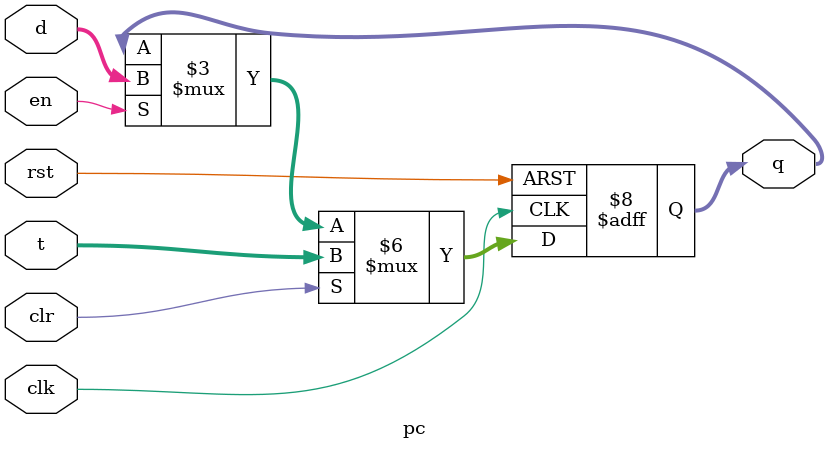
<source format=v>
`timescale 1ns / 1ps




module pc #(parameter WIDTH = 32)(
	input wire clk,rst,en,clr,
	input wire[WIDTH-1:0] d,
	input wire[WIDTH-1:0] t,
	output reg[WIDTH-1:0] q
    );
	always @(posedge clk,posedge rst) begin
		if(rst) begin
			q <= 32'hbfc00000;
		end else if(clr) begin
            q <= t;
        end else if(en) begin
            q <= d;
		end else begin
		    q <= q;
		end
	end
endmodule

</source>
